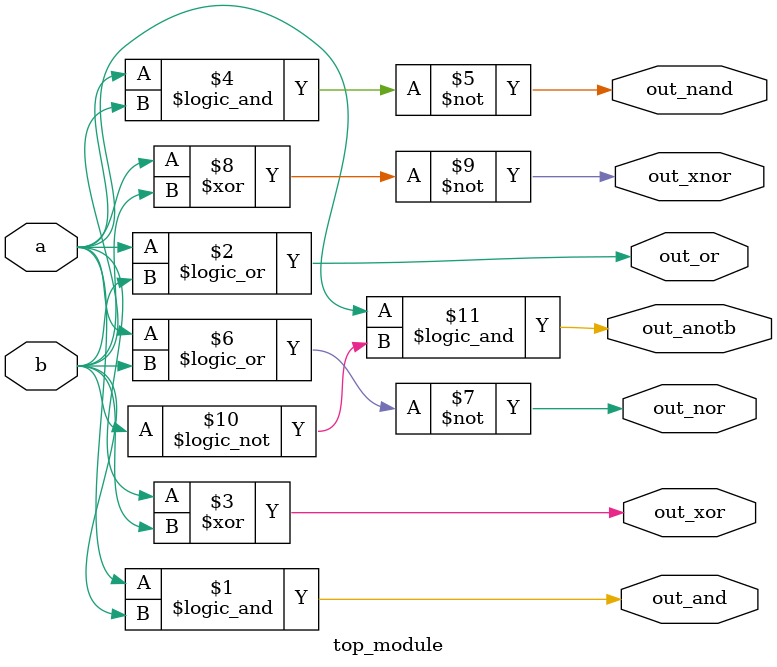
<source format=sv>
module top_module (
    input a,
    input b,
    output out_and,
    output out_or,
    output out_xor,
    output out_nand,
    output out_nor,
    output out_xnor,
    output out_anotb
);

    /* Logical AND Operation */
    assign out_and = a && b;

    /* Logical OR Operation */
    assign out_or = a || b;

    /* Logical XOR Operation */
    assign out_xor = a ^ b;

    /* Logical NAND Operation */
    assign out_nand = ~(a && b);

    /* Logical NOR Operation */
    assign out_nor = ~(a || b);

    /* Logical XNOR Operation */
    assign out_xnor = ~(a ^ b);

    /* Logical AND NOT Operation */
    assign out_anotb = a && !b;

endmodule

</source>
